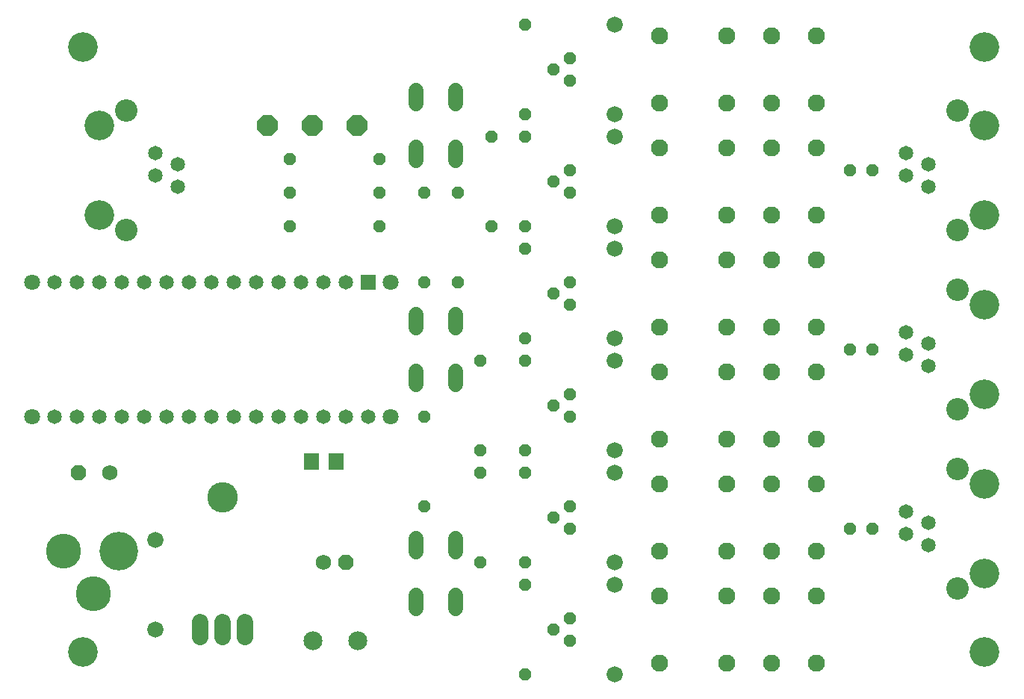
<source format=gts>
G75*
%MOIN*%
%OFA0B0*%
%FSLAX24Y24*%
%IPPOS*%
%LPD*%
%AMOC8*
5,1,8,0,0,1.08239X$1,22.5*
%
%ADD10C,0.0720*%
%ADD11OC8,0.0540*%
%ADD12C,0.1005*%
%ADD13C,0.0651*%
%ADD14C,0.1320*%
%ADD15C,0.0769*%
%ADD16C,0.0660*%
%ADD17OC8,0.0910*%
%ADD18C,0.0720*%
%ADD19C,0.1360*%
%ADD20R,0.0690X0.0769*%
%ADD21OC8,0.0690*%
%ADD22C,0.0690*%
%ADD23C,0.0847*%
%ADD24R,0.0651X0.0651*%
%ADD25C,0.0710*%
%ADD26C,0.1720*%
%ADD27C,0.1562*%
D10*
X007500Y003220D03*
X007500Y007220D03*
X028000Y006220D03*
X028000Y005220D03*
X028000Y001220D03*
X028000Y010220D03*
X028000Y011220D03*
X028000Y015220D03*
X028000Y016220D03*
X028000Y020220D03*
X028000Y021220D03*
X028000Y025220D03*
X028000Y026220D03*
X028000Y030220D03*
D11*
X026000Y028720D03*
X025250Y028220D03*
X026000Y027720D03*
X024000Y026220D03*
X024000Y025220D03*
X022500Y025220D03*
X025250Y023220D03*
X026000Y022720D03*
X026000Y023720D03*
X024000Y021220D03*
X022500Y021220D03*
X024000Y020220D03*
X026000Y018720D03*
X025250Y018220D03*
X026000Y017720D03*
X024000Y016220D03*
X024000Y015220D03*
X022000Y015220D03*
X025250Y013220D03*
X026000Y012720D03*
X026000Y013720D03*
X024000Y011220D03*
X024000Y010220D03*
X022000Y010220D03*
X022000Y011220D03*
X019500Y012720D03*
X019500Y008720D03*
X022000Y006220D03*
X024000Y006220D03*
X024000Y005220D03*
X026000Y003720D03*
X025250Y003220D03*
X026000Y002720D03*
X024000Y001220D03*
X026000Y007720D03*
X025250Y008220D03*
X026000Y008720D03*
X038500Y007720D03*
X039500Y007720D03*
X039500Y015720D03*
X038500Y015720D03*
X038500Y023720D03*
X039500Y023720D03*
X024000Y030220D03*
X017500Y024220D03*
X017500Y022720D03*
X017500Y021220D03*
X019500Y022720D03*
X021000Y022720D03*
X021000Y018720D03*
X019500Y018720D03*
X013500Y021220D03*
X013500Y022720D03*
X013500Y024220D03*
D12*
X006201Y026377D03*
X006201Y021063D03*
X043299Y021063D03*
X043299Y018377D03*
X043299Y013063D03*
X043299Y010377D03*
X043299Y005063D03*
X043299Y026377D03*
D13*
X041000Y024470D03*
X042000Y023970D03*
X041000Y023470D03*
X042000Y022970D03*
X041000Y016470D03*
X042000Y015970D03*
X041000Y015470D03*
X042000Y014970D03*
X041000Y008470D03*
X042000Y007970D03*
X041000Y007470D03*
X042000Y006970D03*
X017000Y012720D03*
X016000Y012720D03*
X015000Y012720D03*
X014000Y012720D03*
X013000Y012720D03*
X012000Y012720D03*
X011000Y012720D03*
X010000Y012720D03*
X009000Y012720D03*
X008000Y012720D03*
X007000Y012720D03*
X006000Y012720D03*
X005000Y012720D03*
X004000Y012720D03*
X003000Y012720D03*
X003000Y018720D03*
X004000Y018720D03*
X005000Y018720D03*
X006000Y018720D03*
X007000Y018720D03*
X008000Y018720D03*
X009000Y018720D03*
X010000Y018720D03*
X011000Y018720D03*
X012000Y018720D03*
X013000Y018720D03*
X014000Y018720D03*
X015000Y018720D03*
X016000Y018720D03*
X008500Y022970D03*
X007500Y023470D03*
X008500Y023970D03*
X007500Y024470D03*
D14*
X004250Y002220D03*
X005000Y021720D03*
X005000Y025720D03*
X004250Y029220D03*
X044500Y029220D03*
X044500Y025720D03*
X044500Y021720D03*
X044500Y017720D03*
X044500Y013720D03*
X044500Y009720D03*
X044500Y005720D03*
X044500Y002220D03*
D15*
X037000Y001720D03*
X035000Y001720D03*
X033000Y001720D03*
X030000Y001720D03*
X030000Y004720D03*
X030000Y006720D03*
X033000Y006720D03*
X035000Y006720D03*
X037000Y006720D03*
X037000Y004720D03*
X035000Y004720D03*
X033000Y004720D03*
X033000Y009720D03*
X035000Y009720D03*
X037000Y009720D03*
X037000Y011720D03*
X035000Y011720D03*
X033000Y011720D03*
X030000Y011720D03*
X030000Y009720D03*
X030000Y014720D03*
X030000Y016720D03*
X033000Y016720D03*
X035000Y016720D03*
X037000Y016720D03*
X037000Y014720D03*
X035000Y014720D03*
X033000Y014720D03*
X033000Y019720D03*
X035000Y019720D03*
X037000Y019720D03*
X037000Y021720D03*
X035000Y021720D03*
X033000Y021720D03*
X030000Y021720D03*
X030000Y019720D03*
X030000Y024720D03*
X030000Y026720D03*
X033000Y026720D03*
X035000Y026720D03*
X037000Y026720D03*
X037000Y024720D03*
X035000Y024720D03*
X033000Y024720D03*
X033000Y029720D03*
X035000Y029720D03*
X037000Y029720D03*
X030000Y029720D03*
D16*
X020890Y027300D02*
X020890Y026700D01*
X019110Y026700D02*
X019110Y027300D01*
X019110Y024740D02*
X019110Y024140D01*
X020890Y024140D02*
X020890Y024740D01*
X020890Y017300D02*
X020890Y016700D01*
X019110Y016700D02*
X019110Y017300D01*
X019110Y014740D02*
X019110Y014140D01*
X020890Y014140D02*
X020890Y014740D01*
X020890Y007300D02*
X020890Y006700D01*
X019110Y006700D02*
X019110Y007300D01*
X019110Y004740D02*
X019110Y004140D01*
X020890Y004140D02*
X020890Y004740D01*
D17*
X016500Y025720D03*
X014500Y025720D03*
X012500Y025720D03*
D18*
X011500Y003550D02*
X011500Y002890D01*
X010500Y002890D02*
X010500Y003550D01*
X009500Y003550D02*
X009500Y002890D01*
D19*
X010500Y009120D03*
D20*
X014449Y010720D03*
X015551Y010720D03*
D21*
X016000Y006220D03*
X004050Y010220D03*
D22*
X005450Y010220D03*
X015000Y006220D03*
D23*
X014508Y002710D03*
X016508Y002710D03*
D24*
X017000Y018720D03*
D25*
X018000Y018720D03*
X018000Y012720D03*
X002000Y012720D03*
X002000Y018720D03*
D26*
X005854Y006720D03*
D27*
X003394Y006720D03*
X004732Y004830D03*
M02*

</source>
